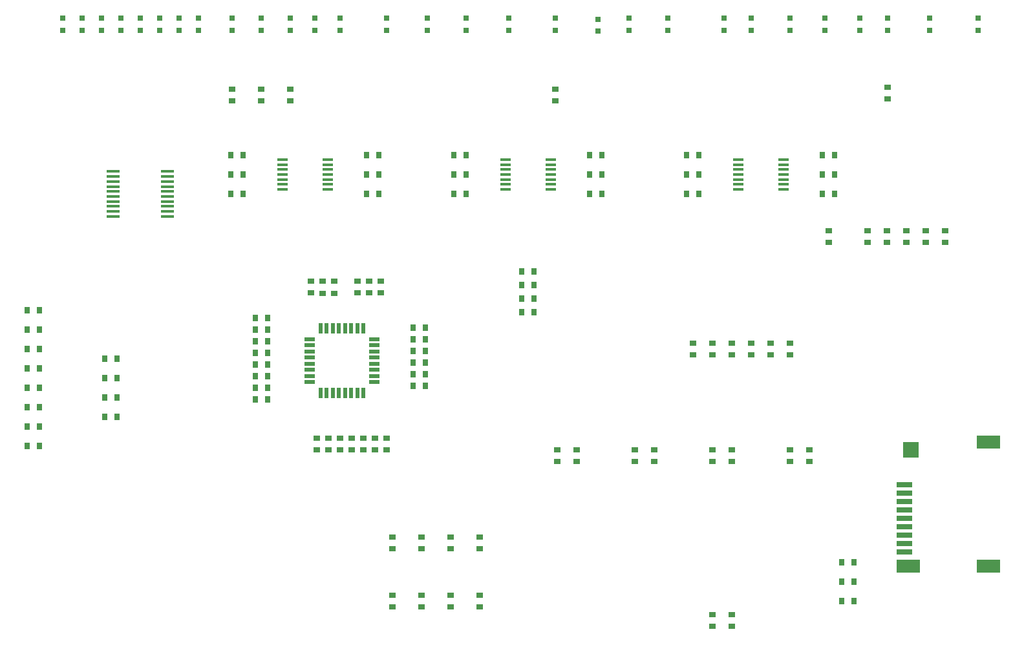
<source format=gtp>
G04*
G04 #@! TF.GenerationSoftware,Altium Limited,Altium Designer,22.3.1 (43)*
G04*
G04 Layer_Color=8421504*
%FSLAX25Y25*%
%MOIN*%
G70*
G04*
G04 #@! TF.SameCoordinates,1903AC94-178F-402A-AE6A-EB822E6E4443*
G04*
G04*
G04 #@! TF.FilePolarity,Positive*
G04*
G01*
G75*
%ADD16R,0.07874X0.02756*%
%ADD17R,0.07874X0.07874*%
%ADD18R,0.12000X0.07000*%
%ADD19R,0.12000X0.07000*%
%ADD20R,0.03150X0.03740*%
%ADD21R,0.03150X0.03150*%
%ADD22R,0.07087X0.01772*%
%ADD23R,0.05807X0.01772*%
%ADD24R,0.03740X0.03150*%
%ADD25R,0.02362X0.05807*%
%ADD26R,0.05807X0.02362*%
D16*
X509152Y65500D02*
D03*
Y69808D02*
D03*
Y74139D02*
D03*
Y78470D02*
D03*
Y82800D02*
D03*
Y87131D02*
D03*
Y91462D02*
D03*
X509181Y100124D02*
D03*
Y95793D02*
D03*
D17*
X512348Y118000D02*
D03*
D18*
X511120Y58000D02*
D03*
D19*
X552348Y122000D02*
D03*
Y58000D02*
D03*
D20*
X311850Y196000D02*
D03*
X318150D02*
D03*
X161850Y270000D02*
D03*
X168150D02*
D03*
X161850Y260000D02*
D03*
X168150D02*
D03*
X161850Y250000D02*
D03*
X168150D02*
D03*
X238150D02*
D03*
X231850D02*
D03*
X238150Y260000D02*
D03*
X231850D02*
D03*
X238150Y270000D02*
D03*
X231850D02*
D03*
X396850D02*
D03*
X403150D02*
D03*
X276850D02*
D03*
X283150D02*
D03*
X396850Y260000D02*
D03*
X403150D02*
D03*
X276850D02*
D03*
X283150D02*
D03*
X396850Y250000D02*
D03*
X403150D02*
D03*
X276850D02*
D03*
X283150D02*
D03*
X473150D02*
D03*
X466850D02*
D03*
X353150D02*
D03*
X346850D02*
D03*
X473150Y260000D02*
D03*
X466850D02*
D03*
X353150D02*
D03*
X346850D02*
D03*
X473150Y270000D02*
D03*
X466850D02*
D03*
X353150D02*
D03*
X346850D02*
D03*
X311850Y210000D02*
D03*
X318150D02*
D03*
Y189000D02*
D03*
X311850D02*
D03*
Y203000D02*
D03*
X318150D02*
D03*
X63150Y190000D02*
D03*
X56850D02*
D03*
X63150Y180000D02*
D03*
X56850D02*
D03*
X96850Y165000D02*
D03*
X103150D02*
D03*
X63150Y170000D02*
D03*
X56850D02*
D03*
X96850Y155000D02*
D03*
X103150D02*
D03*
X63150Y160000D02*
D03*
X56850D02*
D03*
X96850Y145000D02*
D03*
X103150D02*
D03*
X63150Y150000D02*
D03*
X56850D02*
D03*
X96850Y135000D02*
D03*
X103150D02*
D03*
X63150Y140000D02*
D03*
X56850D02*
D03*
X63150Y130000D02*
D03*
X56850D02*
D03*
X63150Y120000D02*
D03*
X56850D02*
D03*
X255850Y181000D02*
D03*
X262150D02*
D03*
X174350Y186000D02*
D03*
X180650D02*
D03*
X255850Y175000D02*
D03*
X262150D02*
D03*
X174350Y180000D02*
D03*
X180650D02*
D03*
X255850Y169000D02*
D03*
X262150D02*
D03*
X174350Y174000D02*
D03*
X180650D02*
D03*
X255850Y163000D02*
D03*
X262150D02*
D03*
X174350Y168000D02*
D03*
X180650D02*
D03*
X255850Y157000D02*
D03*
X262150D02*
D03*
X174350Y162000D02*
D03*
X180650D02*
D03*
X255850Y151000D02*
D03*
X262150D02*
D03*
X174350Y156000D02*
D03*
X180650D02*
D03*
X174350Y150000D02*
D03*
X180650D02*
D03*
X174350Y144000D02*
D03*
X180650D02*
D03*
X483150Y40000D02*
D03*
X476850D02*
D03*
Y60000D02*
D03*
X483150D02*
D03*
X476850Y50000D02*
D03*
X483150D02*
D03*
D21*
X387000Y334350D02*
D03*
Y340650D02*
D03*
X205000Y334350D02*
D03*
Y340650D02*
D03*
X351000Y333850D02*
D03*
Y340150D02*
D03*
X263000Y334350D02*
D03*
Y340650D02*
D03*
X242000Y334350D02*
D03*
Y340650D02*
D03*
X522000Y334350D02*
D03*
Y340650D02*
D03*
X547000Y334350D02*
D03*
Y340650D02*
D03*
X218000Y334350D02*
D03*
Y340650D02*
D03*
X75000Y334350D02*
D03*
Y340650D02*
D03*
X85000Y334350D02*
D03*
Y340650D02*
D03*
X95000Y334350D02*
D03*
Y340650D02*
D03*
X105000Y334350D02*
D03*
Y340650D02*
D03*
X115000Y334350D02*
D03*
Y340650D02*
D03*
X125000Y334350D02*
D03*
Y340650D02*
D03*
X135000Y334350D02*
D03*
Y340650D02*
D03*
X145000Y334350D02*
D03*
Y340650D02*
D03*
X500500Y334350D02*
D03*
Y340650D02*
D03*
X192500Y334350D02*
D03*
Y340650D02*
D03*
X329000Y334350D02*
D03*
Y340650D02*
D03*
X177500Y334350D02*
D03*
Y340650D02*
D03*
X162500Y334350D02*
D03*
Y340650D02*
D03*
X416000Y334350D02*
D03*
Y340650D02*
D03*
X430000Y334350D02*
D03*
Y340650D02*
D03*
X486000Y334350D02*
D03*
Y340650D02*
D03*
X468000Y334350D02*
D03*
Y340650D02*
D03*
X450000Y334350D02*
D03*
Y340650D02*
D03*
X367000Y334350D02*
D03*
Y340650D02*
D03*
X305000Y334350D02*
D03*
Y340650D02*
D03*
X283000Y334350D02*
D03*
Y340650D02*
D03*
D22*
X101024Y261516D02*
D03*
Y258957D02*
D03*
Y256398D02*
D03*
Y253839D02*
D03*
Y251279D02*
D03*
Y248721D02*
D03*
Y246161D02*
D03*
Y243602D02*
D03*
Y241043D02*
D03*
Y238484D02*
D03*
X128976D02*
D03*
Y241043D02*
D03*
Y243602D02*
D03*
Y246161D02*
D03*
Y248721D02*
D03*
Y251279D02*
D03*
Y253839D02*
D03*
Y256398D02*
D03*
Y258957D02*
D03*
Y261516D02*
D03*
D23*
X188433Y267677D02*
D03*
Y265118D02*
D03*
Y262559D02*
D03*
Y260000D02*
D03*
Y257441D02*
D03*
Y254882D02*
D03*
Y252323D02*
D03*
X211567D02*
D03*
Y254882D02*
D03*
Y257441D02*
D03*
Y260000D02*
D03*
Y262559D02*
D03*
Y265118D02*
D03*
Y267677D02*
D03*
X423433D02*
D03*
Y265118D02*
D03*
Y262559D02*
D03*
Y260000D02*
D03*
Y257441D02*
D03*
Y254882D02*
D03*
Y252323D02*
D03*
X446567D02*
D03*
Y254882D02*
D03*
Y257441D02*
D03*
Y260000D02*
D03*
Y262559D02*
D03*
Y265118D02*
D03*
Y267677D02*
D03*
X303433D02*
D03*
Y265118D02*
D03*
Y262559D02*
D03*
Y260000D02*
D03*
Y257441D02*
D03*
Y254882D02*
D03*
Y252323D02*
D03*
X326567D02*
D03*
Y254882D02*
D03*
Y257441D02*
D03*
Y260000D02*
D03*
Y262559D02*
D03*
Y265118D02*
D03*
Y267677D02*
D03*
D24*
X162500Y297850D02*
D03*
Y304150D02*
D03*
X177500Y297850D02*
D03*
Y304150D02*
D03*
X329000Y297850D02*
D03*
Y304150D02*
D03*
X192500Y297850D02*
D03*
Y304150D02*
D03*
X500500Y298850D02*
D03*
Y305150D02*
D03*
X510000Y224850D02*
D03*
Y231150D02*
D03*
X490000Y224850D02*
D03*
Y231150D02*
D03*
X520000Y224850D02*
D03*
Y231150D02*
D03*
X530000D02*
D03*
Y224850D02*
D03*
X470000D02*
D03*
Y231150D02*
D03*
X500000Y224850D02*
D03*
Y231150D02*
D03*
X227000Y198850D02*
D03*
Y205150D02*
D03*
X215000Y205000D02*
D03*
Y198701D02*
D03*
X233000Y198850D02*
D03*
Y205150D02*
D03*
X209000Y205000D02*
D03*
Y198701D02*
D03*
X239000Y198850D02*
D03*
Y205150D02*
D03*
X203000D02*
D03*
Y198850D02*
D03*
X242000Y124150D02*
D03*
Y117850D02*
D03*
X236000Y124150D02*
D03*
Y117850D02*
D03*
X230000Y124150D02*
D03*
Y117850D02*
D03*
X224000Y124150D02*
D03*
Y117850D02*
D03*
X206000D02*
D03*
Y124150D02*
D03*
X218000D02*
D03*
Y117850D02*
D03*
X212000Y124150D02*
D03*
Y117850D02*
D03*
X410000Y33150D02*
D03*
Y26850D02*
D03*
Y118150D02*
D03*
Y111850D02*
D03*
X420000Y33150D02*
D03*
Y26850D02*
D03*
Y118150D02*
D03*
Y111850D02*
D03*
X450000Y118150D02*
D03*
Y111850D02*
D03*
X460000Y118150D02*
D03*
Y111850D02*
D03*
X400000Y166850D02*
D03*
Y173150D02*
D03*
X410000Y166850D02*
D03*
Y173150D02*
D03*
X420000Y166850D02*
D03*
Y173150D02*
D03*
X430000Y166850D02*
D03*
Y173150D02*
D03*
X440000Y166850D02*
D03*
Y173150D02*
D03*
X450000Y166850D02*
D03*
Y173150D02*
D03*
X290000Y66850D02*
D03*
Y73150D02*
D03*
X330000Y118150D02*
D03*
Y111850D02*
D03*
X275000Y66850D02*
D03*
Y73150D02*
D03*
X340000Y118150D02*
D03*
Y111850D02*
D03*
X260000Y66850D02*
D03*
Y73150D02*
D03*
X370000Y118150D02*
D03*
Y111850D02*
D03*
X245000Y66850D02*
D03*
Y73150D02*
D03*
X380000Y118150D02*
D03*
Y111850D02*
D03*
X290000Y43150D02*
D03*
Y36850D02*
D03*
X275000Y43150D02*
D03*
Y36850D02*
D03*
X260000Y43150D02*
D03*
Y36850D02*
D03*
X245000Y43150D02*
D03*
Y36850D02*
D03*
D25*
X207976Y180685D02*
D03*
X211126D02*
D03*
X214276D02*
D03*
X217425D02*
D03*
X220575D02*
D03*
X223724D02*
D03*
X226874D02*
D03*
X230024D02*
D03*
Y147315D02*
D03*
X226874D02*
D03*
X223724D02*
D03*
X220575D02*
D03*
X217425D02*
D03*
X214276D02*
D03*
X211126D02*
D03*
X207976D02*
D03*
D26*
X235685Y175024D02*
D03*
Y171874D02*
D03*
Y168724D02*
D03*
Y165575D02*
D03*
Y162425D02*
D03*
Y159276D02*
D03*
Y156126D02*
D03*
Y152976D02*
D03*
X202315D02*
D03*
Y156126D02*
D03*
Y159276D02*
D03*
Y162425D02*
D03*
Y165575D02*
D03*
Y168724D02*
D03*
Y171874D02*
D03*
Y175024D02*
D03*
M02*

</source>
